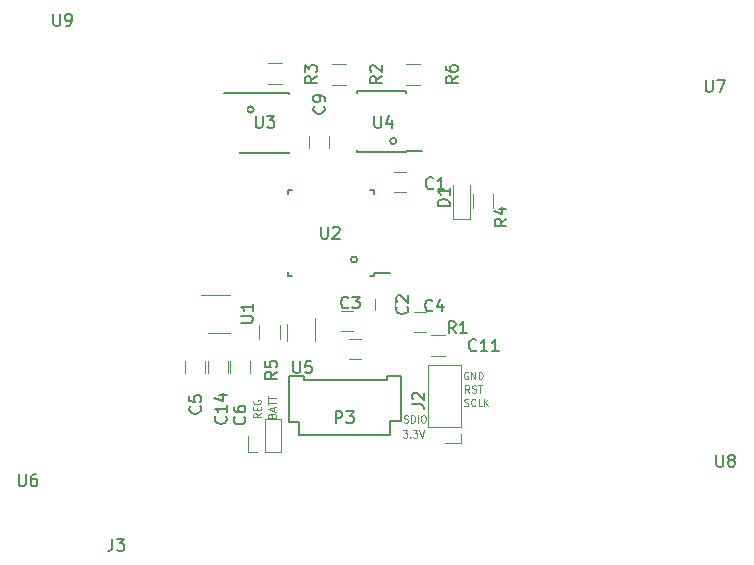
<source format=gto>
G04 #@! TF.FileFunction,Legend,Top*
%FSLAX46Y46*%
G04 Gerber Fmt 4.6, Leading zero omitted, Abs format (unit mm)*
G04 Created by KiCad (PCBNEW 4.0.5) date 02/14/18 20:32:28*
%MOMM*%
%LPD*%
G01*
G04 APERTURE LIST*
%ADD10C,0.100000*%
%ADD11C,0.125000*%
%ADD12C,0.200000*%
%ADD13C,0.150000*%
%ADD14C,0.120000*%
G04 APERTURE END LIST*
D10*
D11*
X109177143Y-85126429D02*
X109205714Y-85040715D01*
X109234286Y-85012143D01*
X109291429Y-84983572D01*
X109377143Y-84983572D01*
X109434286Y-85012143D01*
X109462857Y-85040715D01*
X109491429Y-85097857D01*
X109491429Y-85326429D01*
X108891429Y-85326429D01*
X108891429Y-85126429D01*
X108920000Y-85069286D01*
X108948571Y-85040715D01*
X109005714Y-85012143D01*
X109062857Y-85012143D01*
X109120000Y-85040715D01*
X109148571Y-85069286D01*
X109177143Y-85126429D01*
X109177143Y-85326429D01*
X109320000Y-84755000D02*
X109320000Y-84469286D01*
X109491429Y-84812143D02*
X108891429Y-84612143D01*
X109491429Y-84412143D01*
X108891429Y-84297857D02*
X108891429Y-83955000D01*
X109491429Y-84126429D02*
X108891429Y-84126429D01*
X108891429Y-83840714D02*
X108891429Y-83497857D01*
X109491429Y-83669286D02*
X108891429Y-83669286D01*
X108221429Y-84967714D02*
X107935714Y-85167714D01*
X108221429Y-85310571D02*
X107621429Y-85310571D01*
X107621429Y-85081999D01*
X107650000Y-85024857D01*
X107678571Y-84996285D01*
X107735714Y-84967714D01*
X107821429Y-84967714D01*
X107878571Y-84996285D01*
X107907143Y-85024857D01*
X107935714Y-85081999D01*
X107935714Y-85310571D01*
X107907143Y-84710571D02*
X107907143Y-84510571D01*
X108221429Y-84424857D02*
X108221429Y-84710571D01*
X107621429Y-84710571D01*
X107621429Y-84424857D01*
X107650000Y-83853428D02*
X107621429Y-83910571D01*
X107621429Y-83996285D01*
X107650000Y-84082000D01*
X107707143Y-84139142D01*
X107764286Y-84167714D01*
X107878571Y-84196285D01*
X107964286Y-84196285D01*
X108078571Y-84167714D01*
X108135714Y-84139142D01*
X108192857Y-84082000D01*
X108221429Y-83996285D01*
X108221429Y-83939142D01*
X108192857Y-83853428D01*
X108164286Y-83824857D01*
X107964286Y-83824857D01*
X107964286Y-83939142D01*
D12*
X116403317Y-71945500D02*
G75*
G03X116403317Y-71945500I-261817J0D01*
G01*
X119705317Y-61912500D02*
G75*
G03X119705317Y-61912500I-261817J0D01*
G01*
D11*
X120272285Y-86412429D02*
X120643714Y-86412429D01*
X120443714Y-86641000D01*
X120529428Y-86641000D01*
X120586571Y-86669571D01*
X120615142Y-86698143D01*
X120643714Y-86755286D01*
X120643714Y-86898143D01*
X120615142Y-86955286D01*
X120586571Y-86983857D01*
X120529428Y-87012429D01*
X120358000Y-87012429D01*
X120300857Y-86983857D01*
X120272285Y-86955286D01*
X120900857Y-86955286D02*
X120929429Y-86983857D01*
X120900857Y-87012429D01*
X120872286Y-86983857D01*
X120900857Y-86955286D01*
X120900857Y-87012429D01*
X121129428Y-86412429D02*
X121500857Y-86412429D01*
X121300857Y-86641000D01*
X121386571Y-86641000D01*
X121443714Y-86669571D01*
X121472285Y-86698143D01*
X121500857Y-86755286D01*
X121500857Y-86898143D01*
X121472285Y-86955286D01*
X121443714Y-86983857D01*
X121386571Y-87012429D01*
X121215143Y-87012429D01*
X121158000Y-86983857D01*
X121129428Y-86955286D01*
X121672286Y-86412429D02*
X121872286Y-87012429D01*
X122072286Y-86412429D01*
X120356429Y-85713857D02*
X120442143Y-85742429D01*
X120585000Y-85742429D01*
X120642143Y-85713857D01*
X120670714Y-85685286D01*
X120699286Y-85628143D01*
X120699286Y-85571000D01*
X120670714Y-85513857D01*
X120642143Y-85485286D01*
X120585000Y-85456714D01*
X120470714Y-85428143D01*
X120413572Y-85399571D01*
X120385000Y-85371000D01*
X120356429Y-85313857D01*
X120356429Y-85256714D01*
X120385000Y-85199571D01*
X120413572Y-85171000D01*
X120470714Y-85142429D01*
X120613572Y-85142429D01*
X120699286Y-85171000D01*
X120956429Y-85742429D02*
X120956429Y-85142429D01*
X121099286Y-85142429D01*
X121185001Y-85171000D01*
X121242143Y-85228143D01*
X121270715Y-85285286D01*
X121299286Y-85399571D01*
X121299286Y-85485286D01*
X121270715Y-85599571D01*
X121242143Y-85656714D01*
X121185001Y-85713857D01*
X121099286Y-85742429D01*
X120956429Y-85742429D01*
X121556429Y-85742429D02*
X121556429Y-85142429D01*
X121956429Y-85142429D02*
X122070715Y-85142429D01*
X122127857Y-85171000D01*
X122185000Y-85228143D01*
X122213572Y-85342429D01*
X122213572Y-85542429D01*
X122185000Y-85656714D01*
X122127857Y-85713857D01*
X122070715Y-85742429D01*
X121956429Y-85742429D01*
X121899286Y-85713857D01*
X121842143Y-85656714D01*
X121813572Y-85542429D01*
X121813572Y-85342429D01*
X121842143Y-85228143D01*
X121899286Y-85171000D01*
X121956429Y-85142429D01*
X125477715Y-84316857D02*
X125563429Y-84345429D01*
X125706286Y-84345429D01*
X125763429Y-84316857D01*
X125792000Y-84288286D01*
X125820572Y-84231143D01*
X125820572Y-84174000D01*
X125792000Y-84116857D01*
X125763429Y-84088286D01*
X125706286Y-84059714D01*
X125592000Y-84031143D01*
X125534858Y-84002571D01*
X125506286Y-83974000D01*
X125477715Y-83916857D01*
X125477715Y-83859714D01*
X125506286Y-83802571D01*
X125534858Y-83774000D01*
X125592000Y-83745429D01*
X125734858Y-83745429D01*
X125820572Y-83774000D01*
X126420572Y-84288286D02*
X126392001Y-84316857D01*
X126306287Y-84345429D01*
X126249144Y-84345429D01*
X126163429Y-84316857D01*
X126106287Y-84259714D01*
X126077715Y-84202571D01*
X126049144Y-84088286D01*
X126049144Y-84002571D01*
X126077715Y-83888286D01*
X126106287Y-83831143D01*
X126163429Y-83774000D01*
X126249144Y-83745429D01*
X126306287Y-83745429D01*
X126392001Y-83774000D01*
X126420572Y-83802571D01*
X126963429Y-84345429D02*
X126677715Y-84345429D01*
X126677715Y-83745429D01*
X127163429Y-84345429D02*
X127163429Y-83745429D01*
X127506286Y-84345429D02*
X127249143Y-84002571D01*
X127506286Y-83745429D02*
X127163429Y-84088286D01*
X125909428Y-83202429D02*
X125709428Y-82916714D01*
X125566571Y-83202429D02*
X125566571Y-82602429D01*
X125795143Y-82602429D01*
X125852285Y-82631000D01*
X125880857Y-82659571D01*
X125909428Y-82716714D01*
X125909428Y-82802429D01*
X125880857Y-82859571D01*
X125852285Y-82888143D01*
X125795143Y-82916714D01*
X125566571Y-82916714D01*
X126138000Y-83173857D02*
X126223714Y-83202429D01*
X126366571Y-83202429D01*
X126423714Y-83173857D01*
X126452285Y-83145286D01*
X126480857Y-83088143D01*
X126480857Y-83031000D01*
X126452285Y-82973857D01*
X126423714Y-82945286D01*
X126366571Y-82916714D01*
X126252285Y-82888143D01*
X126195143Y-82859571D01*
X126166571Y-82831000D01*
X126138000Y-82773857D01*
X126138000Y-82716714D01*
X126166571Y-82659571D01*
X126195143Y-82631000D01*
X126252285Y-82602429D01*
X126395143Y-82602429D01*
X126480857Y-82631000D01*
X126652286Y-82602429D02*
X126995143Y-82602429D01*
X126823714Y-83202429D02*
X126823714Y-82602429D01*
X125780858Y-81488000D02*
X125723715Y-81459429D01*
X125638001Y-81459429D01*
X125552286Y-81488000D01*
X125495144Y-81545143D01*
X125466572Y-81602286D01*
X125438001Y-81716571D01*
X125438001Y-81802286D01*
X125466572Y-81916571D01*
X125495144Y-81973714D01*
X125552286Y-82030857D01*
X125638001Y-82059429D01*
X125695144Y-82059429D01*
X125780858Y-82030857D01*
X125809429Y-82002286D01*
X125809429Y-81802286D01*
X125695144Y-81802286D01*
X126066572Y-82059429D02*
X126066572Y-81459429D01*
X126409429Y-82059429D01*
X126409429Y-81459429D01*
X126695143Y-82059429D02*
X126695143Y-81459429D01*
X126838000Y-81459429D01*
X126923715Y-81488000D01*
X126980857Y-81545143D01*
X127009429Y-81602286D01*
X127038000Y-81716571D01*
X127038000Y-81802286D01*
X127009429Y-81916571D01*
X126980857Y-81973714D01*
X126923715Y-82030857D01*
X126838000Y-82059429D01*
X126695143Y-82059429D01*
D12*
X107640317Y-59245500D02*
G75*
G03X107640317Y-59245500I-261817J0D01*
G01*
D13*
X117800000Y-82123000D02*
X118900000Y-82123000D01*
X118900000Y-82123000D02*
X118900000Y-81823000D01*
X118900000Y-81823000D02*
X120100000Y-81823000D01*
X120100000Y-81823000D02*
X120100000Y-85623000D01*
X120100000Y-85623000D02*
X119200000Y-85623000D01*
X119200000Y-85623000D02*
X119200000Y-86823000D01*
X119200000Y-86823000D02*
X111500000Y-86823000D01*
X111500000Y-86823000D02*
X111500000Y-85723000D01*
X111500000Y-85723000D02*
X110600000Y-85723000D01*
X110600000Y-85723000D02*
X110600000Y-81823000D01*
X110600000Y-81823000D02*
X111900000Y-81823000D01*
X111900000Y-81823000D02*
X111900000Y-82123000D01*
X111900000Y-82123000D02*
X117800000Y-82123000D01*
D14*
X120515000Y-64555000D02*
X119515000Y-64555000D01*
X119515000Y-66255000D02*
X120515000Y-66255000D01*
X119595000Y-76255500D02*
X119595000Y-75255500D01*
X117895000Y-75255500D02*
X117895000Y-76255500D01*
X116070000Y-76302500D02*
X115070000Y-76302500D01*
X115070000Y-78002500D02*
X116070000Y-78002500D01*
X121229500Y-78066000D02*
X122229500Y-78066000D01*
X122229500Y-76366000D02*
X121229500Y-76366000D01*
X101829500Y-80526000D02*
X101829500Y-81526000D01*
X103529500Y-81526000D02*
X103529500Y-80526000D01*
X107339500Y-81526000D02*
X107339500Y-80526000D01*
X105639500Y-80526000D02*
X105639500Y-81526000D01*
X112307000Y-61476000D02*
X112307000Y-62476000D01*
X114007000Y-62476000D02*
X114007000Y-61476000D01*
X116705000Y-78652000D02*
X115705000Y-78652000D01*
X115705000Y-80352000D02*
X116705000Y-80352000D01*
X105434500Y-81526000D02*
X105434500Y-80526000D01*
X103734500Y-80526000D02*
X103734500Y-81526000D01*
X125215000Y-86106000D02*
X125215000Y-80906000D01*
X125215000Y-80906000D02*
X122435000Y-80906000D01*
X122435000Y-80906000D02*
X122435000Y-86106000D01*
X122435000Y-86106000D02*
X125215000Y-86106000D01*
X125215000Y-86741000D02*
X125215000Y-87496000D01*
X125215000Y-87496000D02*
X123825000Y-87496000D01*
X122653500Y-78368000D02*
X123853500Y-78368000D01*
X123853500Y-80128000D02*
X122653500Y-80128000D01*
X114271500Y-55381000D02*
X115471500Y-55381000D01*
X115471500Y-57141000D02*
X114271500Y-57141000D01*
X110074000Y-57077500D02*
X108874000Y-57077500D01*
X108874000Y-55317500D02*
X110074000Y-55317500D01*
X109846000Y-77505000D02*
X109846000Y-78705000D01*
X108086000Y-78705000D02*
X108086000Y-77505000D01*
X103811500Y-78127500D02*
X105611500Y-78127500D01*
X105611500Y-74907500D02*
X103161500Y-74907500D01*
D13*
X117798000Y-73348000D02*
X117798000Y-73123000D01*
X110548000Y-73348000D02*
X110548000Y-73023000D01*
X110548000Y-66098000D02*
X110548000Y-66423000D01*
X117798000Y-66098000D02*
X117798000Y-66423000D01*
X117798000Y-73348000D02*
X117473000Y-73348000D01*
X117798000Y-66098000D02*
X117473000Y-66098000D01*
X110548000Y-66098000D02*
X110873000Y-66098000D01*
X110548000Y-73348000D02*
X110873000Y-73348000D01*
X117798000Y-73123000D02*
X119223000Y-73123000D01*
X106510000Y-57813500D02*
X106510000Y-57863500D01*
X110660000Y-57813500D02*
X110660000Y-57958500D01*
X110660000Y-62963500D02*
X110660000Y-62818500D01*
X106510000Y-62963500D02*
X106510000Y-62818500D01*
X106510000Y-57813500D02*
X110660000Y-57813500D01*
X106510000Y-62963500D02*
X110660000Y-62963500D01*
X106510000Y-57863500D02*
X105110000Y-57863500D01*
X120502500Y-62836500D02*
X120502500Y-62786500D01*
X116352500Y-62836500D02*
X116352500Y-62691500D01*
X116352500Y-57686500D02*
X116352500Y-57831500D01*
X120502500Y-57686500D02*
X120502500Y-57831500D01*
X120502500Y-62836500D02*
X116352500Y-62836500D01*
X120502500Y-57686500D02*
X116352500Y-57686500D01*
X120502500Y-62786500D02*
X121902500Y-62786500D01*
D14*
X112793000Y-78805000D02*
X112793000Y-76905000D01*
X110473000Y-77405000D02*
X110473000Y-78805000D01*
X127943500Y-66392500D02*
X127943500Y-67592500D01*
X126183500Y-67592500D02*
X126183500Y-66392500D01*
X121758000Y-57141000D02*
X120558000Y-57141000D01*
X120558000Y-55381000D02*
X121758000Y-55381000D01*
X124522000Y-68475000D02*
X125922000Y-68475000D01*
X125922000Y-68475000D02*
X125922000Y-65675000D01*
X124522000Y-68475000D02*
X124522000Y-65675000D01*
X108585000Y-88258000D02*
X109975000Y-88258000D01*
X109975000Y-88258000D02*
X109975000Y-85478000D01*
X109975000Y-85478000D02*
X108585000Y-85478000D01*
X108585000Y-85478000D02*
X108585000Y-88258000D01*
X107950000Y-88258000D02*
X107195000Y-88258000D01*
X107195000Y-88258000D02*
X107195000Y-86868000D01*
D13*
X114577905Y-85796381D02*
X114577905Y-84796381D01*
X114958858Y-84796381D01*
X115054096Y-84844000D01*
X115101715Y-84891619D01*
X115149334Y-84986857D01*
X115149334Y-85129714D01*
X115101715Y-85224952D01*
X115054096Y-85272571D01*
X114958858Y-85320190D01*
X114577905Y-85320190D01*
X115482667Y-84796381D02*
X116101715Y-84796381D01*
X115768381Y-85177333D01*
X115911239Y-85177333D01*
X116006477Y-85224952D01*
X116054096Y-85272571D01*
X116101715Y-85367810D01*
X116101715Y-85605905D01*
X116054096Y-85701143D01*
X116006477Y-85748762D01*
X115911239Y-85796381D01*
X115625524Y-85796381D01*
X115530286Y-85748762D01*
X115482667Y-85701143D01*
X122832834Y-65889143D02*
X122785215Y-65936762D01*
X122642358Y-65984381D01*
X122547120Y-65984381D01*
X122404262Y-65936762D01*
X122309024Y-65841524D01*
X122261405Y-65746286D01*
X122213786Y-65555810D01*
X122213786Y-65412952D01*
X122261405Y-65222476D01*
X122309024Y-65127238D01*
X122404262Y-65032000D01*
X122547120Y-64984381D01*
X122642358Y-64984381D01*
X122785215Y-65032000D01*
X122832834Y-65079619D01*
X123785215Y-65984381D02*
X123213786Y-65984381D01*
X123499500Y-65984381D02*
X123499500Y-64984381D01*
X123404262Y-65127238D01*
X123309024Y-65222476D01*
X123213786Y-65270095D01*
X120626143Y-75922166D02*
X120673762Y-75969785D01*
X120721381Y-76112642D01*
X120721381Y-76207880D01*
X120673762Y-76350738D01*
X120578524Y-76445976D01*
X120483286Y-76493595D01*
X120292810Y-76541214D01*
X120149952Y-76541214D01*
X119959476Y-76493595D01*
X119864238Y-76445976D01*
X119769000Y-76350738D01*
X119721381Y-76207880D01*
X119721381Y-76112642D01*
X119769000Y-75969785D01*
X119816619Y-75922166D01*
X119816619Y-75541214D02*
X119769000Y-75493595D01*
X119721381Y-75398357D01*
X119721381Y-75160261D01*
X119769000Y-75065023D01*
X119816619Y-75017404D01*
X119911857Y-74969785D01*
X120007095Y-74969785D01*
X120149952Y-75017404D01*
X120721381Y-75588833D01*
X120721381Y-74969785D01*
X115657334Y-75985643D02*
X115609715Y-76033262D01*
X115466858Y-76080881D01*
X115371620Y-76080881D01*
X115228762Y-76033262D01*
X115133524Y-75938024D01*
X115085905Y-75842786D01*
X115038286Y-75652310D01*
X115038286Y-75509452D01*
X115085905Y-75318976D01*
X115133524Y-75223738D01*
X115228762Y-75128500D01*
X115371620Y-75080881D01*
X115466858Y-75080881D01*
X115609715Y-75128500D01*
X115657334Y-75176119D01*
X115990667Y-75080881D02*
X116609715Y-75080881D01*
X116276381Y-75461833D01*
X116419239Y-75461833D01*
X116514477Y-75509452D01*
X116562096Y-75557071D01*
X116609715Y-75652310D01*
X116609715Y-75890405D01*
X116562096Y-75985643D01*
X116514477Y-76033262D01*
X116419239Y-76080881D01*
X116133524Y-76080881D01*
X116038286Y-76033262D01*
X115990667Y-75985643D01*
X122769334Y-76239643D02*
X122721715Y-76287262D01*
X122578858Y-76334881D01*
X122483620Y-76334881D01*
X122340762Y-76287262D01*
X122245524Y-76192024D01*
X122197905Y-76096786D01*
X122150286Y-75906310D01*
X122150286Y-75763452D01*
X122197905Y-75572976D01*
X122245524Y-75477738D01*
X122340762Y-75382500D01*
X122483620Y-75334881D01*
X122578858Y-75334881D01*
X122721715Y-75382500D01*
X122769334Y-75430119D01*
X123626477Y-75668214D02*
X123626477Y-76334881D01*
X123388381Y-75287262D02*
X123150286Y-76001548D01*
X123769334Y-76001548D01*
X103100143Y-84367666D02*
X103147762Y-84415285D01*
X103195381Y-84558142D01*
X103195381Y-84653380D01*
X103147762Y-84796238D01*
X103052524Y-84891476D01*
X102957286Y-84939095D01*
X102766810Y-84986714D01*
X102623952Y-84986714D01*
X102433476Y-84939095D01*
X102338238Y-84891476D01*
X102243000Y-84796238D01*
X102195381Y-84653380D01*
X102195381Y-84558142D01*
X102243000Y-84415285D01*
X102290619Y-84367666D01*
X102195381Y-83462904D02*
X102195381Y-83939095D01*
X102671571Y-83986714D01*
X102623952Y-83939095D01*
X102576333Y-83843857D01*
X102576333Y-83605761D01*
X102623952Y-83510523D01*
X102671571Y-83462904D01*
X102766810Y-83415285D01*
X103004905Y-83415285D01*
X103100143Y-83462904D01*
X103147762Y-83510523D01*
X103195381Y-83605761D01*
X103195381Y-83843857D01*
X103147762Y-83939095D01*
X103100143Y-83986714D01*
X106846643Y-85256666D02*
X106894262Y-85304285D01*
X106941881Y-85447142D01*
X106941881Y-85542380D01*
X106894262Y-85685238D01*
X106799024Y-85780476D01*
X106703786Y-85828095D01*
X106513310Y-85875714D01*
X106370452Y-85875714D01*
X106179976Y-85828095D01*
X106084738Y-85780476D01*
X105989500Y-85685238D01*
X105941881Y-85542380D01*
X105941881Y-85447142D01*
X105989500Y-85304285D01*
X106037119Y-85256666D01*
X105941881Y-84399523D02*
X105941881Y-84590000D01*
X105989500Y-84685238D01*
X106037119Y-84732857D01*
X106179976Y-84828095D01*
X106370452Y-84875714D01*
X106751405Y-84875714D01*
X106846643Y-84828095D01*
X106894262Y-84780476D01*
X106941881Y-84685238D01*
X106941881Y-84494761D01*
X106894262Y-84399523D01*
X106846643Y-84351904D01*
X106751405Y-84304285D01*
X106513310Y-84304285D01*
X106418071Y-84351904D01*
X106370452Y-84399523D01*
X106322833Y-84494761D01*
X106322833Y-84685238D01*
X106370452Y-84780476D01*
X106418071Y-84828095D01*
X106513310Y-84875714D01*
X113577643Y-58967666D02*
X113625262Y-59015285D01*
X113672881Y-59158142D01*
X113672881Y-59253380D01*
X113625262Y-59396238D01*
X113530024Y-59491476D01*
X113434786Y-59539095D01*
X113244310Y-59586714D01*
X113101452Y-59586714D01*
X112910976Y-59539095D01*
X112815738Y-59491476D01*
X112720500Y-59396238D01*
X112672881Y-59253380D01*
X112672881Y-59158142D01*
X112720500Y-59015285D01*
X112768119Y-58967666D01*
X113672881Y-58491476D02*
X113672881Y-58301000D01*
X113625262Y-58205761D01*
X113577643Y-58158142D01*
X113434786Y-58062904D01*
X113244310Y-58015285D01*
X112863357Y-58015285D01*
X112768119Y-58062904D01*
X112720500Y-58110523D01*
X112672881Y-58205761D01*
X112672881Y-58396238D01*
X112720500Y-58491476D01*
X112768119Y-58539095D01*
X112863357Y-58586714D01*
X113101452Y-58586714D01*
X113196690Y-58539095D01*
X113244310Y-58491476D01*
X113291929Y-58396238D01*
X113291929Y-58205761D01*
X113244310Y-58110523D01*
X113196690Y-58062904D01*
X113101452Y-58015285D01*
X126484143Y-79605143D02*
X126436524Y-79652762D01*
X126293667Y-79700381D01*
X126198429Y-79700381D01*
X126055571Y-79652762D01*
X125960333Y-79557524D01*
X125912714Y-79462286D01*
X125865095Y-79271810D01*
X125865095Y-79128952D01*
X125912714Y-78938476D01*
X125960333Y-78843238D01*
X126055571Y-78748000D01*
X126198429Y-78700381D01*
X126293667Y-78700381D01*
X126436524Y-78748000D01*
X126484143Y-78795619D01*
X127436524Y-79700381D02*
X126865095Y-79700381D01*
X127150809Y-79700381D02*
X127150809Y-78700381D01*
X127055571Y-78843238D01*
X126960333Y-78938476D01*
X126865095Y-78986095D01*
X128388905Y-79700381D02*
X127817476Y-79700381D01*
X128103190Y-79700381D02*
X128103190Y-78700381D01*
X128007952Y-78843238D01*
X127912714Y-78938476D01*
X127817476Y-78986095D01*
X105259143Y-85224857D02*
X105306762Y-85272476D01*
X105354381Y-85415333D01*
X105354381Y-85510571D01*
X105306762Y-85653429D01*
X105211524Y-85748667D01*
X105116286Y-85796286D01*
X104925810Y-85843905D01*
X104782952Y-85843905D01*
X104592476Y-85796286D01*
X104497238Y-85748667D01*
X104402000Y-85653429D01*
X104354381Y-85510571D01*
X104354381Y-85415333D01*
X104402000Y-85272476D01*
X104449619Y-85224857D01*
X105354381Y-84272476D02*
X105354381Y-84843905D01*
X105354381Y-84558191D02*
X104354381Y-84558191D01*
X104497238Y-84653429D01*
X104592476Y-84748667D01*
X104640095Y-84843905D01*
X104687714Y-83415333D02*
X105354381Y-83415333D01*
X104306762Y-83653429D02*
X105021048Y-83891524D01*
X105021048Y-83272476D01*
X121054881Y-84216833D02*
X121769167Y-84216833D01*
X121912024Y-84264453D01*
X122007262Y-84359691D01*
X122054881Y-84502548D01*
X122054881Y-84597786D01*
X121150119Y-83788262D02*
X121102500Y-83740643D01*
X121054881Y-83645405D01*
X121054881Y-83407309D01*
X121102500Y-83312071D01*
X121150119Y-83264452D01*
X121245357Y-83216833D01*
X121340595Y-83216833D01*
X121483452Y-83264452D01*
X122054881Y-83835881D01*
X122054881Y-83216833D01*
X124737834Y-78176381D02*
X124404500Y-77700190D01*
X124166405Y-78176381D02*
X124166405Y-77176381D01*
X124547358Y-77176381D01*
X124642596Y-77224000D01*
X124690215Y-77271619D01*
X124737834Y-77366857D01*
X124737834Y-77509714D01*
X124690215Y-77604952D01*
X124642596Y-77652571D01*
X124547358Y-77700190D01*
X124166405Y-77700190D01*
X125690215Y-78176381D02*
X125118786Y-78176381D01*
X125404500Y-78176381D02*
X125404500Y-77176381D01*
X125309262Y-77319238D01*
X125214024Y-77414476D01*
X125118786Y-77462095D01*
X118498881Y-56427666D02*
X118022690Y-56761000D01*
X118498881Y-56999095D02*
X117498881Y-56999095D01*
X117498881Y-56618142D01*
X117546500Y-56522904D01*
X117594119Y-56475285D01*
X117689357Y-56427666D01*
X117832214Y-56427666D01*
X117927452Y-56475285D01*
X117975071Y-56522904D01*
X118022690Y-56618142D01*
X118022690Y-56999095D01*
X117594119Y-56046714D02*
X117546500Y-55999095D01*
X117498881Y-55903857D01*
X117498881Y-55665761D01*
X117546500Y-55570523D01*
X117594119Y-55522904D01*
X117689357Y-55475285D01*
X117784595Y-55475285D01*
X117927452Y-55522904D01*
X118498881Y-56094333D01*
X118498881Y-55475285D01*
X112974381Y-56427666D02*
X112498190Y-56761000D01*
X112974381Y-56999095D02*
X111974381Y-56999095D01*
X111974381Y-56618142D01*
X112022000Y-56522904D01*
X112069619Y-56475285D01*
X112164857Y-56427666D01*
X112307714Y-56427666D01*
X112402952Y-56475285D01*
X112450571Y-56522904D01*
X112498190Y-56618142D01*
X112498190Y-56999095D01*
X111974381Y-56094333D02*
X111974381Y-55475285D01*
X112355333Y-55808619D01*
X112355333Y-55665761D01*
X112402952Y-55570523D01*
X112450571Y-55522904D01*
X112545810Y-55475285D01*
X112783905Y-55475285D01*
X112879143Y-55522904D01*
X112926762Y-55570523D01*
X112974381Y-55665761D01*
X112974381Y-55951476D01*
X112926762Y-56046714D01*
X112879143Y-56094333D01*
X109608881Y-81446666D02*
X109132690Y-81780000D01*
X109608881Y-82018095D02*
X108608881Y-82018095D01*
X108608881Y-81637142D01*
X108656500Y-81541904D01*
X108704119Y-81494285D01*
X108799357Y-81446666D01*
X108942214Y-81446666D01*
X109037452Y-81494285D01*
X109085071Y-81541904D01*
X109132690Y-81637142D01*
X109132690Y-82018095D01*
X108608881Y-80541904D02*
X108608881Y-81018095D01*
X109085071Y-81065714D01*
X109037452Y-81018095D01*
X108989833Y-80922857D01*
X108989833Y-80684761D01*
X109037452Y-80589523D01*
X109085071Y-80541904D01*
X109180310Y-80494285D01*
X109418405Y-80494285D01*
X109513643Y-80541904D01*
X109561262Y-80589523D01*
X109608881Y-80684761D01*
X109608881Y-80922857D01*
X109561262Y-81018095D01*
X109513643Y-81065714D01*
X106576881Y-77279405D02*
X107386405Y-77279405D01*
X107481643Y-77231786D01*
X107529262Y-77184167D01*
X107576881Y-77088929D01*
X107576881Y-76898452D01*
X107529262Y-76803214D01*
X107481643Y-76755595D01*
X107386405Y-76707976D01*
X106576881Y-76707976D01*
X107576881Y-75707976D02*
X107576881Y-76279405D01*
X107576881Y-75993691D02*
X106576881Y-75993691D01*
X106719738Y-76088929D01*
X106814976Y-76184167D01*
X106862595Y-76279405D01*
X113347595Y-69175381D02*
X113347595Y-69984905D01*
X113395214Y-70080143D01*
X113442833Y-70127762D01*
X113538071Y-70175381D01*
X113728548Y-70175381D01*
X113823786Y-70127762D01*
X113871405Y-70080143D01*
X113919024Y-69984905D01*
X113919024Y-69175381D01*
X114347595Y-69270619D02*
X114395214Y-69223000D01*
X114490452Y-69175381D01*
X114728548Y-69175381D01*
X114823786Y-69223000D01*
X114871405Y-69270619D01*
X114919024Y-69365857D01*
X114919024Y-69461095D01*
X114871405Y-69603952D01*
X114299976Y-70175381D01*
X114919024Y-70175381D01*
X107823095Y-59777381D02*
X107823095Y-60586905D01*
X107870714Y-60682143D01*
X107918333Y-60729762D01*
X108013571Y-60777381D01*
X108204048Y-60777381D01*
X108299286Y-60729762D01*
X108346905Y-60682143D01*
X108394524Y-60586905D01*
X108394524Y-59777381D01*
X108775476Y-59777381D02*
X109394524Y-59777381D01*
X109061190Y-60158333D01*
X109204048Y-60158333D01*
X109299286Y-60205952D01*
X109346905Y-60253571D01*
X109394524Y-60348810D01*
X109394524Y-60586905D01*
X109346905Y-60682143D01*
X109299286Y-60729762D01*
X109204048Y-60777381D01*
X108918333Y-60777381D01*
X108823095Y-60729762D01*
X108775476Y-60682143D01*
X117856095Y-59777381D02*
X117856095Y-60586905D01*
X117903714Y-60682143D01*
X117951333Y-60729762D01*
X118046571Y-60777381D01*
X118237048Y-60777381D01*
X118332286Y-60729762D01*
X118379905Y-60682143D01*
X118427524Y-60586905D01*
X118427524Y-59777381D01*
X119332286Y-60110714D02*
X119332286Y-60777381D01*
X119094190Y-59729762D02*
X118856095Y-60444048D01*
X119475143Y-60444048D01*
X110998095Y-80541881D02*
X110998095Y-81351405D01*
X111045714Y-81446643D01*
X111093333Y-81494262D01*
X111188571Y-81541881D01*
X111379048Y-81541881D01*
X111474286Y-81494262D01*
X111521905Y-81446643D01*
X111569524Y-81351405D01*
X111569524Y-80541881D01*
X112521905Y-80541881D02*
X112045714Y-80541881D01*
X111998095Y-81018071D01*
X112045714Y-80970452D01*
X112140952Y-80922833D01*
X112379048Y-80922833D01*
X112474286Y-80970452D01*
X112521905Y-81018071D01*
X112569524Y-81113310D01*
X112569524Y-81351405D01*
X112521905Y-81446643D01*
X112474286Y-81494262D01*
X112379048Y-81541881D01*
X112140952Y-81541881D01*
X112045714Y-81494262D01*
X111998095Y-81446643D01*
X129039881Y-68492666D02*
X128563690Y-68826000D01*
X129039881Y-69064095D02*
X128039881Y-69064095D01*
X128039881Y-68683142D01*
X128087500Y-68587904D01*
X128135119Y-68540285D01*
X128230357Y-68492666D01*
X128373214Y-68492666D01*
X128468452Y-68540285D01*
X128516071Y-68587904D01*
X128563690Y-68683142D01*
X128563690Y-69064095D01*
X128373214Y-67635523D02*
X129039881Y-67635523D01*
X127992262Y-67873619D02*
X128706548Y-68111714D01*
X128706548Y-67492666D01*
X124912381Y-56427666D02*
X124436190Y-56761000D01*
X124912381Y-56999095D02*
X123912381Y-56999095D01*
X123912381Y-56618142D01*
X123960000Y-56522904D01*
X124007619Y-56475285D01*
X124102857Y-56427666D01*
X124245714Y-56427666D01*
X124340952Y-56475285D01*
X124388571Y-56522904D01*
X124436190Y-56618142D01*
X124436190Y-56999095D01*
X123912381Y-55570523D02*
X123912381Y-55761000D01*
X123960000Y-55856238D01*
X124007619Y-55903857D01*
X124150476Y-55999095D01*
X124340952Y-56046714D01*
X124721905Y-56046714D01*
X124817143Y-55999095D01*
X124864762Y-55951476D01*
X124912381Y-55856238D01*
X124912381Y-55665761D01*
X124864762Y-55570523D01*
X124817143Y-55522904D01*
X124721905Y-55475285D01*
X124483810Y-55475285D01*
X124388571Y-55522904D01*
X124340952Y-55570523D01*
X124293333Y-55665761D01*
X124293333Y-55856238D01*
X124340952Y-55951476D01*
X124388571Y-55999095D01*
X124483810Y-56046714D01*
X87757095Y-90130381D02*
X87757095Y-90939905D01*
X87804714Y-91035143D01*
X87852333Y-91082762D01*
X87947571Y-91130381D01*
X88138048Y-91130381D01*
X88233286Y-91082762D01*
X88280905Y-91035143D01*
X88328524Y-90939905D01*
X88328524Y-90130381D01*
X89233286Y-90130381D02*
X89042809Y-90130381D01*
X88947571Y-90178000D01*
X88899952Y-90225619D01*
X88804714Y-90368476D01*
X88757095Y-90558952D01*
X88757095Y-90939905D01*
X88804714Y-91035143D01*
X88852333Y-91082762D01*
X88947571Y-91130381D01*
X89138048Y-91130381D01*
X89233286Y-91082762D01*
X89280905Y-91035143D01*
X89328524Y-90939905D01*
X89328524Y-90701810D01*
X89280905Y-90606571D01*
X89233286Y-90558952D01*
X89138048Y-90511333D01*
X88947571Y-90511333D01*
X88852333Y-90558952D01*
X88804714Y-90606571D01*
X88757095Y-90701810D01*
X145923095Y-56729381D02*
X145923095Y-57538905D01*
X145970714Y-57634143D01*
X146018333Y-57681762D01*
X146113571Y-57729381D01*
X146304048Y-57729381D01*
X146399286Y-57681762D01*
X146446905Y-57634143D01*
X146494524Y-57538905D01*
X146494524Y-56729381D01*
X146875476Y-56729381D02*
X147542143Y-56729381D01*
X147113571Y-57729381D01*
X146812095Y-88479381D02*
X146812095Y-89288905D01*
X146859714Y-89384143D01*
X146907333Y-89431762D01*
X147002571Y-89479381D01*
X147193048Y-89479381D01*
X147288286Y-89431762D01*
X147335905Y-89384143D01*
X147383524Y-89288905D01*
X147383524Y-88479381D01*
X148002571Y-88907952D02*
X147907333Y-88860333D01*
X147859714Y-88812714D01*
X147812095Y-88717476D01*
X147812095Y-88669857D01*
X147859714Y-88574619D01*
X147907333Y-88527000D01*
X148002571Y-88479381D01*
X148193048Y-88479381D01*
X148288286Y-88527000D01*
X148335905Y-88574619D01*
X148383524Y-88669857D01*
X148383524Y-88717476D01*
X148335905Y-88812714D01*
X148288286Y-88860333D01*
X148193048Y-88907952D01*
X148002571Y-88907952D01*
X147907333Y-88955571D01*
X147859714Y-89003190D01*
X147812095Y-89098429D01*
X147812095Y-89288905D01*
X147859714Y-89384143D01*
X147907333Y-89431762D01*
X148002571Y-89479381D01*
X148193048Y-89479381D01*
X148288286Y-89431762D01*
X148335905Y-89384143D01*
X148383524Y-89288905D01*
X148383524Y-89098429D01*
X148335905Y-89003190D01*
X148288286Y-88955571D01*
X148193048Y-88907952D01*
X90678095Y-51141381D02*
X90678095Y-51950905D01*
X90725714Y-52046143D01*
X90773333Y-52093762D01*
X90868571Y-52141381D01*
X91059048Y-52141381D01*
X91154286Y-52093762D01*
X91201905Y-52046143D01*
X91249524Y-51950905D01*
X91249524Y-51141381D01*
X91773333Y-52141381D02*
X91963809Y-52141381D01*
X92059048Y-52093762D01*
X92106667Y-52046143D01*
X92201905Y-51903286D01*
X92249524Y-51712810D01*
X92249524Y-51331857D01*
X92201905Y-51236619D01*
X92154286Y-51189000D01*
X92059048Y-51141381D01*
X91868571Y-51141381D01*
X91773333Y-51189000D01*
X91725714Y-51236619D01*
X91678095Y-51331857D01*
X91678095Y-51569952D01*
X91725714Y-51665190D01*
X91773333Y-51712810D01*
X91868571Y-51760429D01*
X92059048Y-51760429D01*
X92154286Y-51712810D01*
X92201905Y-51665190D01*
X92249524Y-51569952D01*
X124224381Y-67413095D02*
X123224381Y-67413095D01*
X123224381Y-67175000D01*
X123272000Y-67032142D01*
X123367238Y-66936904D01*
X123462476Y-66889285D01*
X123652952Y-66841666D01*
X123795810Y-66841666D01*
X123986286Y-66889285D01*
X124081524Y-66936904D01*
X124176762Y-67032142D01*
X124224381Y-67175000D01*
X124224381Y-67413095D01*
X124224381Y-65889285D02*
X124224381Y-66460714D01*
X124224381Y-66175000D02*
X123224381Y-66175000D01*
X123367238Y-66270238D01*
X123462476Y-66365476D01*
X123510095Y-66460714D01*
X95678667Y-95591381D02*
X95678667Y-96305667D01*
X95631047Y-96448524D01*
X95535809Y-96543762D01*
X95392952Y-96591381D01*
X95297714Y-96591381D01*
X96059619Y-95591381D02*
X96678667Y-95591381D01*
X96345333Y-95972333D01*
X96488191Y-95972333D01*
X96583429Y-96019952D01*
X96631048Y-96067571D01*
X96678667Y-96162810D01*
X96678667Y-96400905D01*
X96631048Y-96496143D01*
X96583429Y-96543762D01*
X96488191Y-96591381D01*
X96202476Y-96591381D01*
X96107238Y-96543762D01*
X96059619Y-96496143D01*
M02*

</source>
